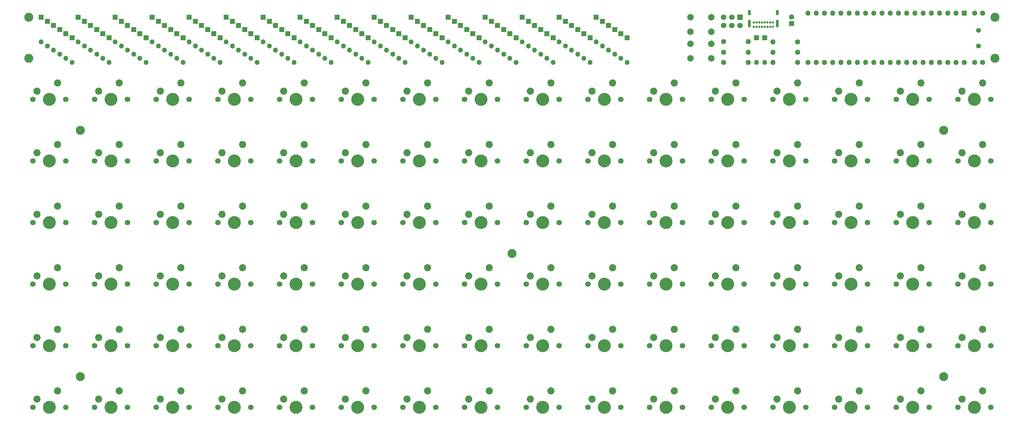
<source format=gbr>
%TF.GenerationSoftware,KiCad,Pcbnew,5.1.10-88a1d61d58~88~ubuntu20.10.1*%
%TF.CreationDate,2021-05-10T18:26:55-04:00*%
%TF.ProjectId,keyboard,6b657962-6f61-4726-942e-6b696361645f,rev?*%
%TF.SameCoordinates,Original*%
%TF.FileFunction,Soldermask,Top*%
%TF.FilePolarity,Negative*%
%FSLAX46Y46*%
G04 Gerber Fmt 4.6, Leading zero omitted, Abs format (unit mm)*
G04 Created by KiCad (PCBNEW 5.1.10-88a1d61d58~88~ubuntu20.10.1) date 2021-05-10 18:26:55*
%MOMM*%
%LPD*%
G01*
G04 APERTURE LIST*
%ADD10C,2.800000*%
%ADD11C,2.200000*%
%ADD12C,4.000000*%
%ADD13C,1.700000*%
%ADD14R,1.600000X1.600000*%
%ADD15O,1.600000X1.600000*%
%ADD16O,0.900000X1.700000*%
%ADD17O,0.900000X2.400000*%
%ADD18C,0.700000*%
%ADD19C,1.600000*%
%ADD20C,1.500000*%
%ADD21C,2.000000*%
%ADD22R,1.700000X1.700000*%
%ADD23O,1.500000X1.500000*%
%ADD24R,1.500000X1.500000*%
G04 APERTURE END LIST*
D10*
%TO.C,HOLE_M2.6*%
X311150000Y-76200000D03*
%TD*%
%TO.C,HOLE_M2.6*%
X311150000Y-152400000D03*
%TD*%
%TO.C,HOLE_M2.6*%
X444500000Y-114300000D03*
%TD*%
%TO.C,HOLE_M2.6*%
X577850000Y-152400000D03*
%TD*%
%TO.C,HOLE_M2.6*%
X577850000Y-76200000D03*
%TD*%
%TO.C,HOLE_M2.6*%
X593725000Y-41275000D03*
%TD*%
%TO.C,HOLE_M2.6*%
X593725000Y-53975000D03*
%TD*%
%TO.C,HOLE_M2.6*%
X295275000Y-53975000D03*
%TD*%
%TO.C,HOLE_M2.6*%
X295275000Y-41275000D03*
%TD*%
D11*
%TO.C,SW68*%
X513715000Y-80645000D03*
X507365000Y-83185000D03*
D12*
X511175000Y-85725000D03*
D13*
X506095000Y-85725000D03*
X516255000Y-85725000D03*
%TD*%
D11*
%TO.C,SW7*%
X323215000Y-61595000D03*
X316865000Y-64135000D03*
D12*
X320675000Y-66675000D03*
D13*
X315595000Y-66675000D03*
X325755000Y-66675000D03*
%TD*%
D14*
%TO.C,U1*%
X584200000Y-40005000D03*
D15*
X535940000Y-55245000D03*
X581660000Y-40005000D03*
X538480000Y-55245000D03*
X579120000Y-40005000D03*
X541020000Y-55245000D03*
X576580000Y-40005000D03*
X543560000Y-55245000D03*
X574040000Y-40005000D03*
X546100000Y-55245000D03*
X571500000Y-40005000D03*
X548640000Y-55245000D03*
X568960000Y-40005000D03*
X551180000Y-55245000D03*
X566420000Y-40005000D03*
X553720000Y-55245000D03*
X563880000Y-40005000D03*
X556260000Y-55245000D03*
X561340000Y-40005000D03*
X558800000Y-55245000D03*
X558800000Y-40005000D03*
X561340000Y-55245000D03*
X556260000Y-40005000D03*
X563880000Y-55245000D03*
X553720000Y-40005000D03*
X566420000Y-55245000D03*
X551180000Y-40005000D03*
X568960000Y-55245000D03*
X548640000Y-40005000D03*
X571500000Y-55245000D03*
X546100000Y-40005000D03*
X574040000Y-55245000D03*
X543560000Y-40005000D03*
X576580000Y-55245000D03*
X541020000Y-40005000D03*
X579120000Y-55245000D03*
X538480000Y-40005000D03*
X581660000Y-55245000D03*
X535940000Y-40005000D03*
X584200000Y-55245000D03*
%TD*%
D16*
%TO.C,J1*%
X517845000Y-39836000D03*
X526495000Y-39836000D03*
D17*
X517845000Y-43216000D03*
X526495000Y-43216000D03*
D18*
X521745000Y-42846000D03*
X519195000Y-42846000D03*
X520045000Y-42846000D03*
X520895000Y-42846000D03*
X525145000Y-42846000D03*
X523445000Y-42846000D03*
X522595000Y-42846000D03*
X524295000Y-42846000D03*
X519195000Y-44196000D03*
X520045000Y-44196000D03*
X520895000Y-44196000D03*
X521745000Y-44196000D03*
X522595000Y-44196000D03*
X523445000Y-44196000D03*
X524295000Y-44196000D03*
X525145000Y-44196000D03*
%TD*%
D15*
%TO.C,R6*%
X525145000Y-52070000D03*
D19*
X532765000Y-52070000D03*
%TD*%
D15*
%TO.C,R5*%
X525145000Y-55245000D03*
D19*
X532765000Y-55245000D03*
%TD*%
D15*
%TO.C,R4*%
X517525000Y-48768000D03*
D19*
X509905000Y-48768000D03*
%TD*%
D15*
%TO.C,R3*%
X517525000Y-55245000D03*
D19*
X509905000Y-55245000D03*
%TD*%
D15*
%TO.C,R2*%
X517525000Y-52070000D03*
D19*
X509905000Y-52070000D03*
%TD*%
D15*
%TO.C,R1*%
X525145000Y-48895000D03*
D19*
X532765000Y-48895000D03*
%TD*%
D20*
%TO.C,X1*%
X588645000Y-45285000D03*
X588645000Y-50165000D03*
%TD*%
D21*
%TO.C,SW98*%
X499595000Y-53975000D03*
X499595000Y-49475000D03*
X506095000Y-53975000D03*
X506095000Y-49475000D03*
%TD*%
%TO.C,SW97*%
X499595000Y-45720000D03*
X499595000Y-41220000D03*
X506095000Y-45720000D03*
X506095000Y-41220000D03*
%TD*%
D11*
%TO.C,SW96*%
X589915000Y-156845000D03*
X583565000Y-159385000D03*
D12*
X587375000Y-161925000D03*
D13*
X582295000Y-161925000D03*
X592455000Y-161925000D03*
%TD*%
D11*
%TO.C,SW95*%
X589915000Y-137795000D03*
X583565000Y-140335000D03*
D12*
X587375000Y-142875000D03*
D13*
X582295000Y-142875000D03*
X592455000Y-142875000D03*
%TD*%
D11*
%TO.C,SW94*%
X589915000Y-118745000D03*
X583565000Y-121285000D03*
D12*
X587375000Y-123825000D03*
D13*
X582295000Y-123825000D03*
X592455000Y-123825000D03*
%TD*%
D11*
%TO.C,SW93*%
X589915000Y-99695000D03*
X583565000Y-102235000D03*
D12*
X587375000Y-104775000D03*
D13*
X582295000Y-104775000D03*
X592455000Y-104775000D03*
%TD*%
D11*
%TO.C,SW92*%
X589915000Y-80645000D03*
X583565000Y-83185000D03*
D12*
X587375000Y-85725000D03*
D13*
X582295000Y-85725000D03*
X592455000Y-85725000D03*
%TD*%
D11*
%TO.C,SW91*%
X589915000Y-61595000D03*
X583565000Y-64135000D03*
D12*
X587375000Y-66675000D03*
D13*
X582295000Y-66675000D03*
X592455000Y-66675000D03*
%TD*%
D11*
%TO.C,SW90*%
X570865000Y-156845000D03*
X564515000Y-159385000D03*
D12*
X568325000Y-161925000D03*
D13*
X563245000Y-161925000D03*
X573405000Y-161925000D03*
%TD*%
D11*
%TO.C,SW89*%
X570865000Y-137795000D03*
X564515000Y-140335000D03*
D12*
X568325000Y-142875000D03*
D13*
X563245000Y-142875000D03*
X573405000Y-142875000D03*
%TD*%
D11*
%TO.C,SW88*%
X570865000Y-118745000D03*
X564515000Y-121285000D03*
D12*
X568325000Y-123825000D03*
D13*
X563245000Y-123825000D03*
X573405000Y-123825000D03*
%TD*%
D11*
%TO.C,SW87*%
X570865000Y-99695000D03*
X564515000Y-102235000D03*
D12*
X568325000Y-104775000D03*
D13*
X563245000Y-104775000D03*
X573405000Y-104775000D03*
%TD*%
D11*
%TO.C,SW86*%
X570865000Y-80645000D03*
X564515000Y-83185000D03*
D12*
X568325000Y-85725000D03*
D13*
X563245000Y-85725000D03*
X573405000Y-85725000D03*
%TD*%
D11*
%TO.C,SW85*%
X570865000Y-61595000D03*
X564515000Y-64135000D03*
D12*
X568325000Y-66675000D03*
D13*
X563245000Y-66675000D03*
X573405000Y-66675000D03*
%TD*%
D11*
%TO.C,SW84*%
X551815000Y-156845000D03*
X545465000Y-159385000D03*
D12*
X549275000Y-161925000D03*
D13*
X544195000Y-161925000D03*
X554355000Y-161925000D03*
%TD*%
D11*
%TO.C,SW83*%
X551815000Y-137795000D03*
X545465000Y-140335000D03*
D12*
X549275000Y-142875000D03*
D13*
X544195000Y-142875000D03*
X554355000Y-142875000D03*
%TD*%
D11*
%TO.C,SW82*%
X551815000Y-118745000D03*
X545465000Y-121285000D03*
D12*
X549275000Y-123825000D03*
D13*
X544195000Y-123825000D03*
X554355000Y-123825000D03*
%TD*%
D11*
%TO.C,SW81*%
X551815000Y-99695000D03*
X545465000Y-102235000D03*
D12*
X549275000Y-104775000D03*
D13*
X544195000Y-104775000D03*
X554355000Y-104775000D03*
%TD*%
D11*
%TO.C,SW80*%
X551815000Y-80645000D03*
X545465000Y-83185000D03*
D12*
X549275000Y-85725000D03*
D13*
X544195000Y-85725000D03*
X554355000Y-85725000D03*
%TD*%
D11*
%TO.C,SW79*%
X551815000Y-61595000D03*
X545465000Y-64135000D03*
D12*
X549275000Y-66675000D03*
D13*
X544195000Y-66675000D03*
X554355000Y-66675000D03*
%TD*%
D11*
%TO.C,SW78*%
X532765000Y-156845000D03*
X526415000Y-159385000D03*
D12*
X530225000Y-161925000D03*
D13*
X525145000Y-161925000D03*
X535305000Y-161925000D03*
%TD*%
D11*
%TO.C,SW77*%
X532765000Y-137795000D03*
X526415000Y-140335000D03*
D12*
X530225000Y-142875000D03*
D13*
X525145000Y-142875000D03*
X535305000Y-142875000D03*
%TD*%
D11*
%TO.C,SW76*%
X532765000Y-118745000D03*
X526415000Y-121285000D03*
D12*
X530225000Y-123825000D03*
D13*
X525145000Y-123825000D03*
X535305000Y-123825000D03*
%TD*%
D11*
%TO.C,SW75*%
X532765000Y-99695000D03*
X526415000Y-102235000D03*
D12*
X530225000Y-104775000D03*
D13*
X525145000Y-104775000D03*
X535305000Y-104775000D03*
%TD*%
D11*
%TO.C,SW74*%
X532765000Y-80645000D03*
X526415000Y-83185000D03*
D12*
X530225000Y-85725000D03*
D13*
X525145000Y-85725000D03*
X535305000Y-85725000D03*
%TD*%
D11*
%TO.C,SW73*%
X532765000Y-61595000D03*
X526415000Y-64135000D03*
D12*
X530225000Y-66675000D03*
D13*
X525145000Y-66675000D03*
X535305000Y-66675000D03*
%TD*%
D11*
%TO.C,SW72*%
X513715000Y-156845000D03*
X507365000Y-159385000D03*
D12*
X511175000Y-161925000D03*
D13*
X506095000Y-161925000D03*
X516255000Y-161925000D03*
%TD*%
D11*
%TO.C,SW71*%
X513715000Y-137795000D03*
X507365000Y-140335000D03*
D12*
X511175000Y-142875000D03*
D13*
X506095000Y-142875000D03*
X516255000Y-142875000D03*
%TD*%
D11*
%TO.C,SW70*%
X513715000Y-118745000D03*
X507365000Y-121285000D03*
D12*
X511175000Y-123825000D03*
D13*
X506095000Y-123825000D03*
X516255000Y-123825000D03*
%TD*%
D11*
%TO.C,SW69*%
X513715000Y-99695000D03*
X507365000Y-102235000D03*
D12*
X511175000Y-104775000D03*
D13*
X506095000Y-104775000D03*
X516255000Y-104775000D03*
%TD*%
D11*
%TO.C,SW67*%
X513715000Y-61595000D03*
X507365000Y-64135000D03*
D12*
X511175000Y-66675000D03*
D13*
X506095000Y-66675000D03*
X516255000Y-66675000D03*
%TD*%
D11*
%TO.C,SW66*%
X494665000Y-156845000D03*
X488315000Y-159385000D03*
D12*
X492125000Y-161925000D03*
D13*
X487045000Y-161925000D03*
X497205000Y-161925000D03*
%TD*%
D11*
%TO.C,SW65*%
X494665000Y-137795000D03*
X488315000Y-140335000D03*
D12*
X492125000Y-142875000D03*
D13*
X487045000Y-142875000D03*
X497205000Y-142875000D03*
%TD*%
D11*
%TO.C,SW64*%
X494665000Y-118745000D03*
X488315000Y-121285000D03*
D12*
X492125000Y-123825000D03*
D13*
X487045000Y-123825000D03*
X497205000Y-123825000D03*
%TD*%
D11*
%TO.C,SW63*%
X494665000Y-99695000D03*
X488315000Y-102235000D03*
D12*
X492125000Y-104775000D03*
D13*
X487045000Y-104775000D03*
X497205000Y-104775000D03*
%TD*%
D11*
%TO.C,SW62*%
X494665000Y-80645000D03*
X488315000Y-83185000D03*
D12*
X492125000Y-85725000D03*
D13*
X487045000Y-85725000D03*
X497205000Y-85725000D03*
%TD*%
D11*
%TO.C,SW61*%
X494665000Y-61595000D03*
X488315000Y-64135000D03*
D12*
X492125000Y-66675000D03*
D13*
X487045000Y-66675000D03*
X497205000Y-66675000D03*
%TD*%
D11*
%TO.C,SW60*%
X475615000Y-156845000D03*
X469265000Y-159385000D03*
D12*
X473075000Y-161925000D03*
D13*
X467995000Y-161925000D03*
X478155000Y-161925000D03*
%TD*%
D11*
%TO.C,SW59*%
X475615000Y-137795000D03*
X469265000Y-140335000D03*
D12*
X473075000Y-142875000D03*
D13*
X467995000Y-142875000D03*
X478155000Y-142875000D03*
%TD*%
D11*
%TO.C,SW58*%
X475615000Y-118745000D03*
X469265000Y-121285000D03*
D12*
X473075000Y-123825000D03*
D13*
X467995000Y-123825000D03*
X478155000Y-123825000D03*
%TD*%
D11*
%TO.C,SW57*%
X475615000Y-99695000D03*
X469265000Y-102235000D03*
D12*
X473075000Y-104775000D03*
D13*
X467995000Y-104775000D03*
X478155000Y-104775000D03*
%TD*%
D11*
%TO.C,SW56*%
X475615000Y-80645000D03*
X469265000Y-83185000D03*
D12*
X473075000Y-85725000D03*
D13*
X467995000Y-85725000D03*
X478155000Y-85725000D03*
%TD*%
D11*
%TO.C,SW55*%
X475615000Y-61595000D03*
X469265000Y-64135000D03*
D12*
X473075000Y-66675000D03*
D13*
X467995000Y-66675000D03*
X478155000Y-66675000D03*
%TD*%
D11*
%TO.C,SW54*%
X456565000Y-156845000D03*
X450215000Y-159385000D03*
D12*
X454025000Y-161925000D03*
D13*
X448945000Y-161925000D03*
X459105000Y-161925000D03*
%TD*%
D11*
%TO.C,SW53*%
X456565000Y-137795000D03*
X450215000Y-140335000D03*
D12*
X454025000Y-142875000D03*
D13*
X448945000Y-142875000D03*
X459105000Y-142875000D03*
%TD*%
D11*
%TO.C,SW52*%
X456565000Y-118745000D03*
X450215000Y-121285000D03*
D12*
X454025000Y-123825000D03*
D13*
X448945000Y-123825000D03*
X459105000Y-123825000D03*
%TD*%
D11*
%TO.C,SW51*%
X456565000Y-99695000D03*
X450215000Y-102235000D03*
D12*
X454025000Y-104775000D03*
D13*
X448945000Y-104775000D03*
X459105000Y-104775000D03*
%TD*%
D11*
%TO.C,SW50*%
X456565000Y-80645000D03*
X450215000Y-83185000D03*
D12*
X454025000Y-85725000D03*
D13*
X448945000Y-85725000D03*
X459105000Y-85725000D03*
%TD*%
D11*
%TO.C,SW49*%
X456565000Y-61595000D03*
X450215000Y-64135000D03*
D12*
X454025000Y-66675000D03*
D13*
X448945000Y-66675000D03*
X459105000Y-66675000D03*
%TD*%
D11*
%TO.C,SW48*%
X437515000Y-156845000D03*
X431165000Y-159385000D03*
D12*
X434975000Y-161925000D03*
D13*
X429895000Y-161925000D03*
X440055000Y-161925000D03*
%TD*%
D11*
%TO.C,SW47*%
X437515000Y-137795000D03*
X431165000Y-140335000D03*
D12*
X434975000Y-142875000D03*
D13*
X429895000Y-142875000D03*
X440055000Y-142875000D03*
%TD*%
D11*
%TO.C,SW46*%
X437515000Y-118745000D03*
X431165000Y-121285000D03*
D12*
X434975000Y-123825000D03*
D13*
X429895000Y-123825000D03*
X440055000Y-123825000D03*
%TD*%
D11*
%TO.C,SW45*%
X437515000Y-99695000D03*
X431165000Y-102235000D03*
D12*
X434975000Y-104775000D03*
D13*
X429895000Y-104775000D03*
X440055000Y-104775000D03*
%TD*%
D11*
%TO.C,SW44*%
X437515000Y-80645000D03*
X431165000Y-83185000D03*
D12*
X434975000Y-85725000D03*
D13*
X429895000Y-85725000D03*
X440055000Y-85725000D03*
%TD*%
D11*
%TO.C,SW43*%
X437515000Y-61595000D03*
X431165000Y-64135000D03*
D12*
X434975000Y-66675000D03*
D13*
X429895000Y-66675000D03*
X440055000Y-66675000D03*
%TD*%
D11*
%TO.C,SW42*%
X418465000Y-156845000D03*
X412115000Y-159385000D03*
D12*
X415925000Y-161925000D03*
D13*
X410845000Y-161925000D03*
X421005000Y-161925000D03*
%TD*%
D11*
%TO.C,SW41*%
X418465000Y-137795000D03*
X412115000Y-140335000D03*
D12*
X415925000Y-142875000D03*
D13*
X410845000Y-142875000D03*
X421005000Y-142875000D03*
%TD*%
D11*
%TO.C,SW40*%
X418465000Y-118745000D03*
X412115000Y-121285000D03*
D12*
X415925000Y-123825000D03*
D13*
X410845000Y-123825000D03*
X421005000Y-123825000D03*
%TD*%
D11*
%TO.C,SW39*%
X418465000Y-99695000D03*
X412115000Y-102235000D03*
D12*
X415925000Y-104775000D03*
D13*
X410845000Y-104775000D03*
X421005000Y-104775000D03*
%TD*%
D11*
%TO.C,SW38*%
X418465000Y-80645000D03*
X412115000Y-83185000D03*
D12*
X415925000Y-85725000D03*
D13*
X410845000Y-85725000D03*
X421005000Y-85725000D03*
%TD*%
D11*
%TO.C,SW37*%
X418465000Y-61595000D03*
X412115000Y-64135000D03*
D12*
X415925000Y-66675000D03*
D13*
X410845000Y-66675000D03*
X421005000Y-66675000D03*
%TD*%
D11*
%TO.C,SW36*%
X399415000Y-156845000D03*
X393065000Y-159385000D03*
D12*
X396875000Y-161925000D03*
D13*
X391795000Y-161925000D03*
X401955000Y-161925000D03*
%TD*%
D11*
%TO.C,SW35*%
X399415000Y-137795000D03*
X393065000Y-140335000D03*
D12*
X396875000Y-142875000D03*
D13*
X391795000Y-142875000D03*
X401955000Y-142875000D03*
%TD*%
D11*
%TO.C,SW34*%
X399415000Y-118745000D03*
X393065000Y-121285000D03*
D12*
X396875000Y-123825000D03*
D13*
X391795000Y-123825000D03*
X401955000Y-123825000D03*
%TD*%
D11*
%TO.C,SW33*%
X399415000Y-99695000D03*
X393065000Y-102235000D03*
D12*
X396875000Y-104775000D03*
D13*
X391795000Y-104775000D03*
X401955000Y-104775000D03*
%TD*%
D11*
%TO.C,SW32*%
X399415000Y-80645000D03*
X393065000Y-83185000D03*
D12*
X396875000Y-85725000D03*
D13*
X391795000Y-85725000D03*
X401955000Y-85725000D03*
%TD*%
D11*
%TO.C,SW31*%
X399415000Y-61595000D03*
X393065000Y-64135000D03*
D12*
X396875000Y-66675000D03*
D13*
X391795000Y-66675000D03*
X401955000Y-66675000D03*
%TD*%
D11*
%TO.C,SW30*%
X380365000Y-156845000D03*
X374015000Y-159385000D03*
D12*
X377825000Y-161925000D03*
D13*
X372745000Y-161925000D03*
X382905000Y-161925000D03*
%TD*%
D11*
%TO.C,SW29*%
X380365000Y-137795000D03*
X374015000Y-140335000D03*
D12*
X377825000Y-142875000D03*
D13*
X372745000Y-142875000D03*
X382905000Y-142875000D03*
%TD*%
D11*
%TO.C,SW28*%
X380365000Y-118745000D03*
X374015000Y-121285000D03*
D12*
X377825000Y-123825000D03*
D13*
X372745000Y-123825000D03*
X382905000Y-123825000D03*
%TD*%
D11*
%TO.C,SW27*%
X380365000Y-99695000D03*
X374015000Y-102235000D03*
D12*
X377825000Y-104775000D03*
D13*
X372745000Y-104775000D03*
X382905000Y-104775000D03*
%TD*%
D11*
%TO.C,SW26*%
X380365000Y-80645000D03*
X374015000Y-83185000D03*
D12*
X377825000Y-85725000D03*
D13*
X372745000Y-85725000D03*
X382905000Y-85725000D03*
%TD*%
D11*
%TO.C,SW25*%
X380365000Y-61595000D03*
X374015000Y-64135000D03*
D12*
X377825000Y-66675000D03*
D13*
X372745000Y-66675000D03*
X382905000Y-66675000D03*
%TD*%
D11*
%TO.C,SW24*%
X361315000Y-156845000D03*
X354965000Y-159385000D03*
D12*
X358775000Y-161925000D03*
D13*
X353695000Y-161925000D03*
X363855000Y-161925000D03*
%TD*%
D11*
%TO.C,SW23*%
X361315000Y-137795000D03*
X354965000Y-140335000D03*
D12*
X358775000Y-142875000D03*
D13*
X353695000Y-142875000D03*
X363855000Y-142875000D03*
%TD*%
D11*
%TO.C,SW22*%
X361315000Y-118745000D03*
X354965000Y-121285000D03*
D12*
X358775000Y-123825000D03*
D13*
X353695000Y-123825000D03*
X363855000Y-123825000D03*
%TD*%
D11*
%TO.C,SW21*%
X361315000Y-99695000D03*
X354965000Y-102235000D03*
D12*
X358775000Y-104775000D03*
D13*
X353695000Y-104775000D03*
X363855000Y-104775000D03*
%TD*%
D11*
%TO.C,SW20*%
X361315000Y-80645000D03*
X354965000Y-83185000D03*
D12*
X358775000Y-85725000D03*
D13*
X353695000Y-85725000D03*
X363855000Y-85725000D03*
%TD*%
D11*
%TO.C,SW19*%
X361315000Y-61595000D03*
X354965000Y-64135000D03*
D12*
X358775000Y-66675000D03*
D13*
X353695000Y-66675000D03*
X363855000Y-66675000D03*
%TD*%
D11*
%TO.C,SW18*%
X342265000Y-156845000D03*
X335915000Y-159385000D03*
D12*
X339725000Y-161925000D03*
D13*
X334645000Y-161925000D03*
X344805000Y-161925000D03*
%TD*%
D11*
%TO.C,SW17*%
X342265000Y-137795000D03*
X335915000Y-140335000D03*
D12*
X339725000Y-142875000D03*
D13*
X334645000Y-142875000D03*
X344805000Y-142875000D03*
%TD*%
D11*
%TO.C,SW16*%
X342265000Y-118745000D03*
X335915000Y-121285000D03*
D12*
X339725000Y-123825000D03*
D13*
X334645000Y-123825000D03*
X344805000Y-123825000D03*
%TD*%
D11*
%TO.C,SW15*%
X342265000Y-99695000D03*
X335915000Y-102235000D03*
D12*
X339725000Y-104775000D03*
D13*
X334645000Y-104775000D03*
X344805000Y-104775000D03*
%TD*%
D11*
%TO.C,SW14*%
X342265000Y-80645000D03*
X335915000Y-83185000D03*
D12*
X339725000Y-85725000D03*
D13*
X334645000Y-85725000D03*
X344805000Y-85725000D03*
%TD*%
D11*
%TO.C,SW13*%
X342265000Y-61595000D03*
X335915000Y-64135000D03*
D12*
X339725000Y-66675000D03*
D13*
X334645000Y-66675000D03*
X344805000Y-66675000D03*
%TD*%
D11*
%TO.C,SW12*%
X323215000Y-156845000D03*
X316865000Y-159385000D03*
D12*
X320675000Y-161925000D03*
D13*
X315595000Y-161925000D03*
X325755000Y-161925000D03*
%TD*%
D11*
%TO.C,SW11*%
X323215000Y-137795000D03*
X316865000Y-140335000D03*
D12*
X320675000Y-142875000D03*
D13*
X315595000Y-142875000D03*
X325755000Y-142875000D03*
%TD*%
D11*
%TO.C,SW10*%
X323215000Y-118745000D03*
X316865000Y-121285000D03*
D12*
X320675000Y-123825000D03*
D13*
X315595000Y-123825000D03*
X325755000Y-123825000D03*
%TD*%
D11*
%TO.C,SW9*%
X323215000Y-99695000D03*
X316865000Y-102235000D03*
D12*
X320675000Y-104775000D03*
D13*
X315595000Y-104775000D03*
X325755000Y-104775000D03*
%TD*%
D11*
%TO.C,SW8*%
X323215000Y-80645000D03*
X316865000Y-83185000D03*
D12*
X320675000Y-85725000D03*
D13*
X315595000Y-85725000D03*
X325755000Y-85725000D03*
%TD*%
D11*
%TO.C,SW6*%
X304165000Y-156845000D03*
X297815000Y-159385000D03*
D12*
X301625000Y-161925000D03*
D13*
X296545000Y-161925000D03*
X306705000Y-161925000D03*
%TD*%
D11*
%TO.C,SW5*%
X304165000Y-137795000D03*
X297815000Y-140335000D03*
D12*
X301625000Y-142875000D03*
D13*
X296545000Y-142875000D03*
X306705000Y-142875000D03*
%TD*%
D11*
%TO.C,SW4*%
X304165000Y-118745000D03*
X297815000Y-121285000D03*
D12*
X301625000Y-123825000D03*
D13*
X296545000Y-123825000D03*
X306705000Y-123825000D03*
%TD*%
D11*
%TO.C,SW3*%
X304165000Y-99695000D03*
X297815000Y-102235000D03*
D12*
X301625000Y-104775000D03*
D13*
X296545000Y-104775000D03*
X306705000Y-104775000D03*
%TD*%
D11*
%TO.C,SW2*%
X304165000Y-80645000D03*
X297815000Y-83185000D03*
D12*
X301625000Y-85725000D03*
D13*
X296545000Y-85725000D03*
X306705000Y-85725000D03*
%TD*%
D11*
%TO.C,SW1*%
X304165000Y-61595000D03*
X297815000Y-64135000D03*
D12*
X301625000Y-66675000D03*
D13*
X296545000Y-66675000D03*
X306705000Y-66675000D03*
%TD*%
%TO.C,J2*%
X509905000Y-43815000D03*
X509905000Y-41275000D03*
X512445000Y-43815000D03*
X512445000Y-41275000D03*
X514985000Y-43815000D03*
D22*
X514985000Y-41275000D03*
%TD*%
D23*
%TO.C,D98*%
X520065000Y-55245000D03*
D24*
X520065000Y-47625000D03*
%TD*%
D23*
%TO.C,D97*%
X522605000Y-55245000D03*
D24*
X522605000Y-47625000D03*
%TD*%
D23*
%TO.C,D96*%
X480060000Y-55245000D03*
D24*
X480060000Y-47625000D03*
%TD*%
D23*
%TO.C,D95*%
X478155000Y-53975000D03*
D24*
X478155000Y-46355000D03*
%TD*%
D23*
%TO.C,D94*%
X476250000Y-52705000D03*
D24*
X476250000Y-45085000D03*
%TD*%
D23*
%TO.C,D93*%
X474345000Y-51435000D03*
D24*
X474345000Y-43815000D03*
%TD*%
D23*
%TO.C,D92*%
X472440000Y-50165000D03*
D24*
X472440000Y-42545000D03*
%TD*%
D23*
%TO.C,D91*%
X470535000Y-48895000D03*
D24*
X470535000Y-41275000D03*
%TD*%
D23*
%TO.C,D90*%
X468630000Y-55245000D03*
D24*
X468630000Y-47625000D03*
%TD*%
D23*
%TO.C,D89*%
X466725000Y-53975000D03*
D24*
X466725000Y-46355000D03*
%TD*%
D23*
%TO.C,D88*%
X464820000Y-52705000D03*
D24*
X464820000Y-45085000D03*
%TD*%
D23*
%TO.C,D87*%
X462915000Y-51435000D03*
D24*
X462915000Y-43815000D03*
%TD*%
D23*
%TO.C,D86*%
X461010000Y-50165000D03*
D24*
X461010000Y-42545000D03*
%TD*%
D23*
%TO.C,D85*%
X459105000Y-48895000D03*
D24*
X459105000Y-41275000D03*
%TD*%
D23*
%TO.C,D84*%
X457200000Y-55245000D03*
D24*
X457200000Y-47625000D03*
%TD*%
D23*
%TO.C,D83*%
X455295000Y-53975000D03*
D24*
X455295000Y-46355000D03*
%TD*%
D23*
%TO.C,D82*%
X453390000Y-52705000D03*
D24*
X453390000Y-45085000D03*
%TD*%
D23*
%TO.C,D81*%
X451485000Y-51435000D03*
D24*
X451485000Y-43815000D03*
%TD*%
D23*
%TO.C,D80*%
X449580000Y-50165000D03*
D24*
X449580000Y-42545000D03*
%TD*%
D23*
%TO.C,D79*%
X447675000Y-48895000D03*
D24*
X447675000Y-41275000D03*
%TD*%
D23*
%TO.C,D78*%
X445770000Y-55245000D03*
D24*
X445770000Y-47625000D03*
%TD*%
D23*
%TO.C,D77*%
X443865000Y-53975000D03*
D24*
X443865000Y-46355000D03*
%TD*%
D23*
%TO.C,D76*%
X441960000Y-52705000D03*
D24*
X441960000Y-45085000D03*
%TD*%
D23*
%TO.C,D75*%
X440055000Y-51435000D03*
D24*
X440055000Y-43815000D03*
%TD*%
D23*
%TO.C,D74*%
X438150000Y-50165000D03*
D24*
X438150000Y-42545000D03*
%TD*%
D23*
%TO.C,D73*%
X436245000Y-48895000D03*
D24*
X436245000Y-41275000D03*
%TD*%
D23*
%TO.C,D72*%
X434340000Y-55245000D03*
D24*
X434340000Y-47625000D03*
%TD*%
D23*
%TO.C,D71*%
X432435000Y-53975000D03*
D24*
X432435000Y-46355000D03*
%TD*%
D23*
%TO.C,D70*%
X430530000Y-52705000D03*
D24*
X430530000Y-45085000D03*
%TD*%
D23*
%TO.C,D69*%
X428625000Y-51435000D03*
D24*
X428625000Y-43815000D03*
%TD*%
D23*
%TO.C,D68*%
X426720000Y-50165000D03*
D24*
X426720000Y-42545000D03*
%TD*%
D23*
%TO.C,D67*%
X424815000Y-48895000D03*
D24*
X424815000Y-41275000D03*
%TD*%
D23*
%TO.C,D66*%
X422910000Y-55245000D03*
D24*
X422910000Y-47625000D03*
%TD*%
D23*
%TO.C,D65*%
X421005000Y-53975000D03*
D24*
X421005000Y-46355000D03*
%TD*%
D23*
%TO.C,D64*%
X419100000Y-52705000D03*
D24*
X419100000Y-45085000D03*
%TD*%
D23*
%TO.C,D63*%
X417195000Y-51435000D03*
D24*
X417195000Y-43815000D03*
%TD*%
D23*
%TO.C,D62*%
X415290000Y-50165000D03*
D24*
X415290000Y-42545000D03*
%TD*%
D23*
%TO.C,D61*%
X413385000Y-48895000D03*
D24*
X413385000Y-41275000D03*
%TD*%
D23*
%TO.C,D60*%
X411480000Y-55245000D03*
D24*
X411480000Y-47625000D03*
%TD*%
D23*
%TO.C,D59*%
X409575000Y-53975000D03*
D24*
X409575000Y-46355000D03*
%TD*%
D23*
%TO.C,D58*%
X407670000Y-52705000D03*
D24*
X407670000Y-45085000D03*
%TD*%
D23*
%TO.C,D57*%
X405765000Y-51435000D03*
D24*
X405765000Y-43815000D03*
%TD*%
D23*
%TO.C,D56*%
X403860000Y-50165000D03*
D24*
X403860000Y-42545000D03*
%TD*%
D23*
%TO.C,D55*%
X401955000Y-48895000D03*
D24*
X401955000Y-41275000D03*
%TD*%
D23*
%TO.C,D54*%
X400050000Y-55245000D03*
D24*
X400050000Y-47625000D03*
%TD*%
D23*
%TO.C,D53*%
X398145000Y-53975000D03*
D24*
X398145000Y-46355000D03*
%TD*%
D23*
%TO.C,D52*%
X396240000Y-52705000D03*
D24*
X396240000Y-45085000D03*
%TD*%
D23*
%TO.C,D51*%
X394335000Y-51435000D03*
D24*
X394335000Y-43815000D03*
%TD*%
D23*
%TO.C,D50*%
X392430000Y-50165000D03*
D24*
X392430000Y-42545000D03*
%TD*%
D23*
%TO.C,D49*%
X390525000Y-48895000D03*
D24*
X390525000Y-41275000D03*
%TD*%
D23*
%TO.C,D48*%
X388620000Y-55245000D03*
D24*
X388620000Y-47625000D03*
%TD*%
D23*
%TO.C,D47*%
X386715000Y-53975000D03*
D24*
X386715000Y-46355000D03*
%TD*%
D23*
%TO.C,D46*%
X384810000Y-52705000D03*
D24*
X384810000Y-45085000D03*
%TD*%
D23*
%TO.C,D45*%
X382905000Y-51435000D03*
D24*
X382905000Y-43815000D03*
%TD*%
D23*
%TO.C,D44*%
X381000000Y-50165000D03*
D24*
X381000000Y-42545000D03*
%TD*%
D23*
%TO.C,D43*%
X379095000Y-48895000D03*
D24*
X379095000Y-41275000D03*
%TD*%
D23*
%TO.C,D42*%
X377190000Y-55245000D03*
D24*
X377190000Y-47625000D03*
%TD*%
D23*
%TO.C,D41*%
X375285000Y-53975000D03*
D24*
X375285000Y-46355000D03*
%TD*%
D23*
%TO.C,D40*%
X373380000Y-52705000D03*
D24*
X373380000Y-45085000D03*
%TD*%
D23*
%TO.C,D39*%
X371475000Y-51435000D03*
D24*
X371475000Y-43815000D03*
%TD*%
D23*
%TO.C,D38*%
X369570000Y-50165000D03*
D24*
X369570000Y-42545000D03*
%TD*%
D23*
%TO.C,D37*%
X367665000Y-48895000D03*
D24*
X367665000Y-41275000D03*
%TD*%
D23*
%TO.C,D36*%
X365760000Y-55245000D03*
D24*
X365760000Y-47625000D03*
%TD*%
D23*
%TO.C,D35*%
X363855000Y-53975000D03*
D24*
X363855000Y-46355000D03*
%TD*%
D23*
%TO.C,D34*%
X361950000Y-52705000D03*
D24*
X361950000Y-45085000D03*
%TD*%
D23*
%TO.C,D33*%
X360045000Y-51435000D03*
D24*
X360045000Y-43815000D03*
%TD*%
D23*
%TO.C,D32*%
X358140000Y-50165000D03*
D24*
X358140000Y-42545000D03*
%TD*%
D23*
%TO.C,D31*%
X356235000Y-48895000D03*
D24*
X356235000Y-41275000D03*
%TD*%
D23*
%TO.C,D30*%
X354330000Y-55245000D03*
D24*
X354330000Y-47625000D03*
%TD*%
D23*
%TO.C,D29*%
X352425000Y-53975000D03*
D24*
X352425000Y-46355000D03*
%TD*%
D23*
%TO.C,D28*%
X350520000Y-52705000D03*
D24*
X350520000Y-45085000D03*
%TD*%
D23*
%TO.C,D27*%
X348615000Y-51435000D03*
D24*
X348615000Y-43815000D03*
%TD*%
D23*
%TO.C,D26*%
X346710000Y-50165000D03*
D24*
X346710000Y-42545000D03*
%TD*%
D23*
%TO.C,D25*%
X344805000Y-48895000D03*
D24*
X344805000Y-41275000D03*
%TD*%
D23*
%TO.C,D24*%
X342900000Y-55245000D03*
D24*
X342900000Y-47625000D03*
%TD*%
D23*
%TO.C,D23*%
X340995000Y-53975000D03*
D24*
X340995000Y-46355000D03*
%TD*%
D23*
%TO.C,D22*%
X339090000Y-52705000D03*
D24*
X339090000Y-45085000D03*
%TD*%
D23*
%TO.C,D21*%
X337185000Y-51435000D03*
D24*
X337185000Y-43815000D03*
%TD*%
D23*
%TO.C,D20*%
X335280000Y-50165000D03*
D24*
X335280000Y-42545000D03*
%TD*%
D23*
%TO.C,D19*%
X333375000Y-48895000D03*
D24*
X333375000Y-41275000D03*
%TD*%
D23*
%TO.C,D18*%
X331470000Y-55245000D03*
D24*
X331470000Y-47625000D03*
%TD*%
D23*
%TO.C,D17*%
X329565000Y-53975000D03*
D24*
X329565000Y-46355000D03*
%TD*%
D23*
%TO.C,D16*%
X327660000Y-52705000D03*
D24*
X327660000Y-45085000D03*
%TD*%
D23*
%TO.C,D15*%
X325755000Y-51435000D03*
D24*
X325755000Y-43815000D03*
%TD*%
D23*
%TO.C,D14*%
X323850000Y-50165000D03*
D24*
X323850000Y-42545000D03*
%TD*%
D23*
%TO.C,D13*%
X321945000Y-48895000D03*
D24*
X321945000Y-41275000D03*
%TD*%
D23*
%TO.C,D12*%
X320040000Y-55245000D03*
D24*
X320040000Y-47625000D03*
%TD*%
D23*
%TO.C,D11*%
X318135000Y-53975000D03*
D24*
X318135000Y-46355000D03*
%TD*%
D23*
%TO.C,D10*%
X316230000Y-52705000D03*
D24*
X316230000Y-45085000D03*
%TD*%
D23*
%TO.C,D9*%
X314325000Y-51435000D03*
D24*
X314325000Y-43815000D03*
%TD*%
D23*
%TO.C,D8*%
X312420000Y-50165000D03*
D24*
X312420000Y-42545000D03*
%TD*%
D23*
%TO.C,D7*%
X310515000Y-48895000D03*
D24*
X310515000Y-41275000D03*
%TD*%
D23*
%TO.C,D6*%
X308610000Y-55245000D03*
D24*
X308610000Y-47625000D03*
%TD*%
D23*
%TO.C,D5*%
X306705000Y-53975000D03*
D24*
X306705000Y-46355000D03*
%TD*%
D23*
%TO.C,D4*%
X304800000Y-52705000D03*
D24*
X304800000Y-45085000D03*
%TD*%
D23*
%TO.C,D3*%
X302895000Y-51435000D03*
D24*
X302895000Y-43815000D03*
%TD*%
D23*
%TO.C,D2*%
X300990000Y-50165000D03*
D24*
X300990000Y-42545000D03*
%TD*%
D23*
%TO.C,D1*%
X299085000Y-48895000D03*
D24*
X299085000Y-41275000D03*
%TD*%
D19*
%TO.C,C3*%
X589915000Y-40005000D03*
X587415000Y-40005000D03*
%TD*%
%TO.C,C2*%
X589915000Y-55245000D03*
X587415000Y-55245000D03*
%TD*%
%TO.C,C1*%
X530860000Y-41180000D03*
D14*
X530860000Y-43180000D03*
%TD*%
M02*

</source>
